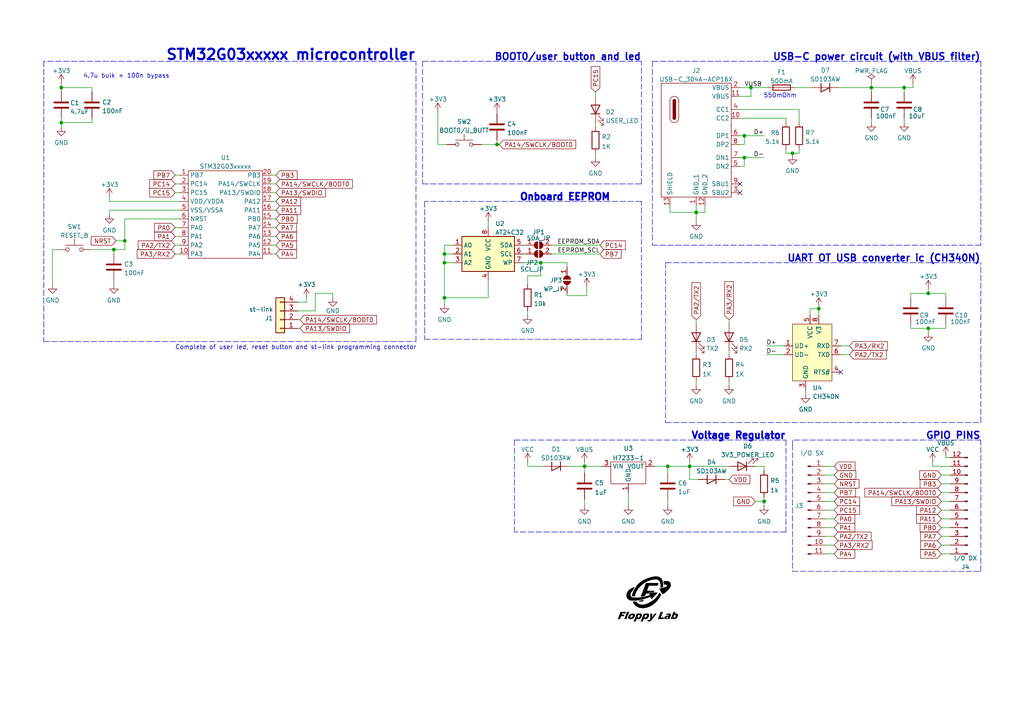
<source format=kicad_sch>
(kicad_sch (version 20211123) (generator eeschema)
  (paper "A4")
  (title_block (title "FLOPPY BOARD v3.0") (date "2023-02-16") (rev "3.0"))
  (lib_symbols
    (symbol "Connector:Conn_01x11_Male" (pin_names (offset 1.016) hide)
      (property "Reference" "J" (at 0 15.24 0))
      (property "Value" "Conn_01x11_Male" (at 0 -15.24 0))
      (symbol "Conn_01x11_Male_1_1"
        (pin passive line (at 5.08 12.7 180) (length 3.81) (name "Pin_1") (number "1"))
        (pin passive line (at 5.08 -10.16 180) (length 3.81) (name "Pin_10") (number "10"))
        (pin passive line (at 5.08 -12.7 180) (length 3.81) (name "Pin_11") (number "11"))
        (pin passive line (at 5.08 10.16 180) (length 3.81) (name "Pin_2") (number "2"))
        (pin passive line (at 5.08 7.62 180) (length 3.81) (name "Pin_3") (number "3"))
        (pin passive line (at 5.08 5.08 180) (length 3.81) (name "Pin_4") (number "4"))
        (pin passive line (at 5.08 2.54 180) (length 3.81) (name "Pin_5") (number "5"))
        (pin passive line (at 5.08 0 180) (length 3.81) (name "Pin_6") (number "6"))
        (pin passive line (at 5.08 -2.54 180) (length 3.81) (name "Pin_7") (number "7"))
        (pin passive line (at 5.08 -5.08 180) (length 3.81) (name "Pin_8") (number "8"))
        (pin passive line (at 5.08 -7.62 180) (length 3.81) (name "Pin_9") (number "9"))
      )
    )
    (symbol "Connector:Conn_01x12_Male" (pin_names (offset 1.016) hide)
      (property "Reference" "J" (at 0 15.24 0))
      (property "Value" "Conn_01x12_Male" (at 0 -17.78 0))
      (symbol "Conn_01x12_Male_1_1"
        (pin passive line (at 5.08 12.7 180) (length 3.81) (name "Pin_1") (number "1"))
        (pin passive line (at 5.08 -10.16 180) (length 3.81) (name "Pin_10") (number "10"))
        (pin passive line (at 5.08 -12.7 180) (length 3.81) (name "Pin_11") (number "11"))
        (pin passive line (at 5.08 -15.24 180) (length 3.81) (name "Pin_12") (number "12"))
        (pin passive line (at 5.08 10.16 180) (length 3.81) (name "Pin_2") (number "2"))
        (pin passive line (at 5.08 7.62 180) (length 3.81) (name "Pin_3") (number "3"))
        (pin passive line (at 5.08 5.08 180) (length 3.81) (name "Pin_4") (number "4"))
        (pin passive line (at 5.08 2.54 180) (length 3.81) (name "Pin_5") (number "5"))
        (pin passive line (at 5.08 0 180) (length 3.81) (name "Pin_6") (number "6"))
        (pin passive line (at 5.08 -2.54 180) (length 3.81) (name "Pin_7") (number "7"))
        (pin passive line (at 5.08 -5.08 180) (length 3.81) (name "Pin_8") (number "8"))
        (pin passive line (at 5.08 -7.62 180) (length 3.81) (name "Pin_9") (number "9"))
      )
    )
    (symbol "Connector_Generic:Conn_01x04" (pin_names (offset 1.016) hide)
      (property "Reference" "J" (at 0 5.08 0))
      (property "Value" "Conn_01x04" (at 0 -7.62 0))
      (symbol "Conn_01x04_1_1"
        (pin passive line (at -5.08 2.54 0) (length 3.81) (name "Pin_1") (number "1"))
        (pin passive line (at -5.08 0 0) (length 3.81) (name "Pin_2") (number "2"))
        (pin passive line (at -5.08 -2.54 0) (length 3.81) (name "Pin_3") (number "3"))
        (pin passive line (at -5.08 -5.08 0) (length 3.81) (name "Pin_4") (number "4"))
      )
    )
    (symbol "Device:C" (pin_numbers hide) (pin_names (offset 0.254))
      (property "Reference" "C" (at 0.635 2.54 0))
      (property "Value" "C" (at 0.635 -2.54 0))
      (symbol "C_1_1"
        (pin passive line (at 0 3.81 270) (length 2.794) (name "~") (number "1"))
        (pin passive line (at 0 -3.81 90) (length 2.794) (name "~") (number "2"))
      )
    )
    (symbol "Device:D_Shockley" (pin_numbers hide) (pin_names (offset 1.016) hide)
      (property "Reference" "D" (at 0 2.54 0))
      (property "Value" "D_Shockley" (at 0 -2.54 0))
      (symbol "D_Shockley_1_1"
        (pin passive line (at -3.81 0 0) (length 2.54) (name "K") (number "1"))
        (pin passive line (at 3.81 0 180) (length 2.54) (name "A") (number "2"))
      )
    )
    (symbol "Device:Fuse" (pin_numbers hide) (pin_names (offset 0))
      (property "Reference" "F" (at 2.032 0 90))
      (property "Value" "Fuse" (at -1.905 0 90))
      (symbol "Fuse_1_1"
        (pin passive line (at 0 3.81 270) (length 1.27) (name "~") (number "1"))
        (pin passive line (at 0 -3.81 90) (length 1.27) (name "~") (number "2"))
      )
    )
    (symbol "Device:LED" (pin_numbers hide) (pin_names (offset 1.016) hide)
      (property "Reference" "D" (at 0 2.54 0))
      (property "Value" "LED" (at 0 -2.54 0))
      (symbol "LED_1_1"
        (pin passive line (at -3.81 0 0) (length 2.54) (name "K") (number "1"))
        (pin passive line (at 3.81 0 180) (length 2.54) (name "A") (number "2"))
      )
    )
    (symbol "Device:R" (pin_numbers hide) (pin_names (offset 0))
      (property "Reference" "R" (at 2.032 0 90))
      (property "Value" "R" (at 0 0 90))
      (symbol "R_1_1"
        (pin passive line (at 0 3.81 270) (length 1.27) (name "~") (number "1"))
        (pin passive line (at 0 -3.81 90) (length 1.27) (name "~") (number "2"))
      )
    )
    (symbol "Jumper:SolderJumper_2_Open" (pin_names (offset 0) hide)
      (property "Reference" "JP" (at 0 2.032 0))
      (property "Value" "SolderJumper_2_Open" (at 0 -2.54 0))
      (symbol "SolderJumper_2_Open_1_1"
        (pin passive line (at -3.81 0 0) (length 2.54) (name "A") (number "1"))
        (pin passive line (at 3.81 0 180) (length 2.54) (name "B") (number "2"))
      )
    )
    (symbol "Memory_EEPROM:AT24CS32-MAHM"
      (property "Reference" "U" (at -7.62 6.35 0))
      (property "Value" "AT24CS32-MAHM" (at 2.54 -6.35 0))
      (symbol "AT24CS32-MAHM_1_1"
        (pin input line (at -10.16 2.54 0) (length 2.54) (name "A0") (number "1"))
        (pin input line (at -10.16 0 0) (length 2.54) (name "A1") (number "2"))
        (pin input line (at -10.16 -2.54 0) (length 2.54) (name "A2") (number "3"))
        (pin power_in line (at 0 -7.62 90) (length 2.54) (name "GND") (number "4"))
        (pin bidirectional line (at 10.16 2.54 180) (length 2.54) (name "SDA") (number "5"))
        (pin input line (at 10.16 0 180) (length 2.54) (name "SCL") (number "6"))
        (pin input line (at 10.16 -2.54 180) (length 2.54) (name "WP") (number "7"))
        (pin power_in line (at 0 7.62 270) (length 2.54) (name "VCC") (number "8"))
      )
    )
    (symbol "Switch:SW_Push" (pin_numbers hide) (pin_names (offset 1.016) hide)
      (property "Reference" "SW" (at 1.27 2.54 0))
      (property "Value" "SW_Push" (at 0 -1.524 0))
      (symbol "SW_Push_0_1"
        (pin passive line (at -5.08 0 0) (length 2.54) (name "1") (number "1"))
        (pin passive line (at 5.08 0 180) (length 2.54) (name "2") (number "2"))
      )
    )
    (symbol "_MIA:CH340N"
      (property "Reference" "U" (at 6.35 8.89 0))
      (property "Value" "CH340N" (at 6.35 11.43 0))
      (symbol "CH340N_1_1"
        (pin unspecified line (at -8.89 2.54 0) (length 2.54) (name "UD+") (number "1"))
        (pin unspecified line (at -8.89 0 0) (length 2.54) (name "UD-") (number "2"))
        (pin power_in line (at -2.54 -10.16 90) (length 2.54) (name "GND") (number "3"))
        (pin unspecified line (at 7.62 -5.08 180) (length 2.54) (name "RTS#") (number "4"))
        (pin power_in line (at -1.27 11.43 270) (length 2.54) (name "VCC") (number "5"))
        (pin unspecified line (at 7.62 0 180) (length 2.54) (name "TXD") (number "6"))
        (pin unspecified line (at 7.62 2.54 180) (length 2.54) (name "RXD") (number "7"))
        (pin power_in line (at 1.27 11.43 270) (length 2.54) (name "V3") (number "8"))
      )
    )
    (symbol "_MIA:H7233-1"
      (property "Reference" "U" (at -1.27 7.62 0))
      (property "Value" "H7233-1" (at 0 5.08 0))
      (symbol "H7233-1_1_1"
        (pin output line (at 0 -5.08 90) (length 2.54) (name "GND") (number "1"))
        (pin output line (at 7.62 2.54 180) (length 2.54) (name "VOUT") (number "2"))
        (pin input line (at -7.62 2.54 0) (length 2.54) (name "VIN") (number "3"))
      )
    )
    (symbol "_MIA:STM32G030F6P6"
      (property "Reference" "U" (at -1.27 16.51 0))
      (property "Value" "STM32G030F6P6" (at 0 13.97 0))
      (symbol "STM32G030F6P6_1_1"
        (pin bidirectional line (at -13.97 11.43 0) (length 2.54) (name "PB7") (number "1"))
        (pin bidirectional line (at -13.97 -11.43 0) (length 2.54) (name "PA3") (number "10"))
        (pin bidirectional line (at 12.7 -11.43 180) (length 2.54) (name "PA4") (number "11"))
        (pin bidirectional line (at 12.7 -8.89 180) (length 2.54) (name "PA5") (number "12"))
        (pin bidirectional line (at 12.7 -6.35 180) (length 2.54) (name "PA6") (number "13"))
        (pin bidirectional line (at 12.7 -3.81 180) (length 2.54) (name "PA7") (number "14"))
        (pin bidirectional line (at 12.7 -1.27 180) (length 2.54) (name "PB0") (number "15"))
        (pin bidirectional line (at 12.7 1.27 180) (length 2.54) (name "PA11") (number "16"))
        (pin bidirectional line (at 12.7 3.81 180) (length 2.54) (name "PA12") (number "17"))
        (pin bidirectional line (at 12.7 6.35 180) (length 2.54) (name "PA13/SWDIO") (number "18"))
        (pin bidirectional line (at 12.7 8.89 180) (length 2.54) (name "PA14/SWCLK") (number "19"))
        (pin bidirectional line (at -13.97 8.89 0) (length 2.54) (name "PC14") (number "2"))
        (pin bidirectional line (at 12.7 11.43 180) (length 2.54) (name "PB3") (number "20"))
        (pin bidirectional line (at -13.97 6.35 0) (length 2.54) (name "PC15") (number "3"))
        (pin input line (at -13.97 3.81 0) (length 2.54) (name "VDD/VDDA") (number "4"))
        (pin input line (at -13.97 1.27 0) (length 2.54) (name "VSS/VSSA") (number "5"))
        (pin input line (at -13.97 -1.27 0) (length 2.54) (name "NRST") (number "6"))
        (pin bidirectional line (at -13.97 -3.81 0) (length 2.54) (name "PA0") (number "7"))
        (pin bidirectional line (at -13.97 -6.35 0) (length 2.54) (name "PA1") (number "8"))
        (pin bidirectional line (at -13.97 -8.89 0) (length 2.54) (name "PA2") (number "9"))
      )
    )
    (symbol "_MIA:USB-C_304A-ACP16X"
      (property "Reference" "J1" (at 0 18.889 0))
      (property "Value" "USB-C_304A-ACP16X" (at 0 16.3521 0))
      (symbol "USB-C_304A-ACP16X_1_1"
        (pin power_out line (at 0 -20.32 90) (length 2.54) (name "GND_1") (number "1"))
        (pin unspecified line (at 12.7 5.08 180) (length 2.54) (name "CC2") (number "10"))
        (pin power_out line (at 12.7 11.43 180) (length 2.54) (name "VBUS") (number "11"))
        (pin power_out line (at 2.54 -20.32 90) (length 2.54) (name "GND_2") (number "12"))
        (pin power_out line (at -7.62 -20.32 90) (length 2.54) (name "SHIELD") (number "13"))
        (pin power_out line (at 12.7 13.97 180) (length 2.54) (name "VBUS") (number "2"))
        (pin unspecified line (at 12.7 -16.51 180) (length 2.54) (name "SBU2") (number "3"))
        (pin unspecified line (at 12.7 7.62 180) (length 2.54) (name "CC1") (number "4"))
        (pin bidirectional line (at 12.7 -8.89 180) (length 2.54) (name "DN2") (number "5"))
        (pin bidirectional line (at 12.7 0 180) (length 2.54) (name "DP1") (number "6"))
        (pin bidirectional line (at 12.7 -6.35 180) (length 2.54) (name "DN1") (number "7"))
        (pin bidirectional line (at 12.7 -2.54 180) (length 2.54) (name "DP2") (number "8"))
        (pin unspecified line (at 12.7 -13.97 180) (length 2.54) (name "SBU1") (number "9"))
      )
    )
    (symbol "power:+3.3V" (power) (pin_names (offset 0))
      (property "Value" "+3.3V" (at 0 3.556 0))
      (symbol "+3.3V_1_1"
        (pin power_in line (at 0 0 90) (length 0) hide (name "+3V3") (number "1"))
      )
    )
    (symbol "power:GND" (power) (pin_names (offset 0))
      (property "Value" "GND" (at 0 -3.81 0))
      (symbol "GND_1_1"
        (pin power_in line (at 0 0 270) (length 0) hide (name "GND") (number "1"))
      )
    )
    (symbol "power:PWR_FLAG" (power) (pin_numbers hide) (pin_names (offset 0) hide)
      (property "Value" "PWR_FLAG" (at 0 3.81 0))
      (symbol "PWR_FLAG_0_0"
        (pin power_out line (at 0 0 90) (length 0) (name "pwr") (number "1"))
      )
    )
    (symbol "power:VBUS" (power) (pin_names (offset 0))
      (property "Value" "VBUS" (at 0 3.81 0))
      (symbol "VBUS_1_1"
        (pin power_in line (at 0 0 90) (length 0) hide (name "VBUS") (number "1"))
      )
    )
    (symbol "power:VCC" (power) (pin_names (offset 0))
      (property "Value" "VCC" (at 0 3.81 0))
      (symbol "VCC_1_1"
        (pin power_in line (at 0 0 90) (length 0) hide (name "VCC") (number "1"))
      )
    )
  )
  (junction (at 269.24 95.25))
  (junction (at 128.905 86.36))
  (junction (at 200.025 135.255))
  (junction (at 128.905 76.2))
  (junction (at 36.195 69.85))
  (junction (at 215.9 45.72))
  (junction (at 193.675 135.255))
  (junction (at 201.93 61.595))
  (junction (at 156.845 76.2))
  (junction (at 17.78 35.56))
  (junction (at 217.805 25.4))
  (junction (at 144.145 41.91))
  (junction (at 252.73 25.4))
  (junction (at 33.02 72.39))
  (junction (at 17.78 25.4))
  (junction (at 215.9 39.37))
  (junction (at 128.905 73.66))
  (junction (at 229.87 44.45))
  (junction (at 262.255 25.4))
  (junction (at 169.545 135.255))
  (junction (at 221.615 145.415))
  (junction (at 237.49 89.535))
  (junction (at 269.24 85.09))
  (no_connect (at 214.63 55.88))
  (no_connect (at 214.63 53.34))
  (no_connect (at 243.84 107.95))
  (wire (pts (xy 128.905 76.2) (xy 131.445 76.2)))
  (wire (pts (xy 262.255 34.29) (xy 262.255 35.56)))
  (wire (pts (xy 239.395 142.875) (xy 241.935 142.875)))
  (wire (pts (xy 78.74 60.96) (xy 80.01 60.96)))
  (wire (pts (xy 239.395 135.255) (xy 241.935 135.255)))
  (wire (pts (xy 239.395 160.655) (xy 241.935 160.655)))
  (wire (pts (xy 269.24 95.25) (xy 274.32 95.25)))
  (wire (pts (xy 252.73 24.13) (xy 252.73 25.4)))
  (wire (pts (xy 50.8 68.58) (xy 52.07 68.58)))
  (wire (pts (xy 193.675 135.255) (xy 193.675 137.16)))
  (wire (pts (xy 144.145 41.91) (xy 144.78 41.91)))
  (wire (pts (xy 164.465 85.725) (xy 164.465 85.09)))
  (wire (pts (xy 274.32 132.715) (xy 274.32 132.08)))
  (wire (pts (xy 165.1 135.255) (xy 169.545 135.255)))
  (wire (pts (xy 273.05 150.495) (xy 275.59 150.495)))
  (wire (pts (xy 273.05 147.955) (xy 275.59 147.955)))
  (wire (pts (xy 50.8 53.34) (xy 52.07 53.34)))
  (wire (pts (xy 31.75 57.15) (xy 31.75 58.42)))
  (polyline (pts (xy 284.48 127.635) (xy 229.87 127.635)))
  (wire (pts (xy 264.16 93.98) (xy 264.16 95.25)))
  (wire (pts (xy 222.25 100.33) (xy 227.33 100.33)))
  (wire (pts (xy 211.455 101.6) (xy 211.455 102.87)))
  (wire (pts (xy 270.51 135.255) (xy 275.59 135.255)))
  (wire (pts (xy 229.87 44.45) (xy 229.87 45.085)))
  (wire (pts (xy 33.02 81.28) (xy 33.02 82.55)))
  (polyline (pts (xy 193.04 122.555) (xy 284.48 122.555)))
  (wire (pts (xy 78.74 68.58) (xy 80.01 68.58)))
  (wire (pts (xy 210.185 139.065) (xy 211.455 139.065)))
  (wire (pts (xy 78.74 66.04) (xy 80.01 66.04)))
  (wire (pts (xy 26.67 72.39) (xy 33.02 72.39)))
  (wire (pts (xy 273.05 140.335) (xy 275.59 140.335)))
  (wire (pts (xy 17.78 35.56) (xy 26.67 35.56)))
  (wire (pts (xy 200.025 135.255) (xy 211.455 135.255)))
  (wire (pts (xy 172.72 45.72) (xy 172.72 44.45)))
  (polyline (pts (xy 120.65 99.06) (xy 120.65 17.78)))
  (wire (pts (xy 273.05 160.655) (xy 275.59 160.655)))
  (wire (pts (xy 214.63 27.94) (xy 217.805 27.94)))
  (polyline (pts (xy 189.23 17.78) (xy 189.23 71.12)))
  (polyline (pts (xy 189.23 17.78) (xy 284.48 17.78)))
  (polyline (pts (xy 12.7 17.78) (xy 12.7 99.06)))
  (wire (pts (xy 26.67 26.67) (xy 26.67 25.4)))
  (wire (pts (xy 239.395 147.955) (xy 241.935 147.955)))
  (wire (pts (xy 262.255 25.4) (xy 262.255 26.67)))
  (wire (pts (xy 231.775 43.18) (xy 231.775 44.45)))
  (wire (pts (xy 201.93 101.6) (xy 201.93 102.87)))
  (wire (pts (xy 156.845 80.01) (xy 156.845 76.2)))
  (wire (pts (xy 194.31 59.69) (xy 194.31 61.595)))
  (wire (pts (xy 217.805 25.4) (xy 222.885 25.4)))
  (wire (pts (xy 131.445 71.12) (xy 128.905 71.12)))
  (wire (pts (xy 50.8 73.66) (xy 52.07 73.66)))
  (polyline (pts (xy 149.225 127.635) (xy 227.965 127.635)))
  (polyline (pts (xy 122.555 17.78) (xy 186.055 17.78)))
  (polyline (pts (xy 284.48 165.735) (xy 284.48 127.635)))
  (wire (pts (xy 217.805 27.94) (xy 217.805 25.4)))
  (wire (pts (xy 230.505 25.4) (xy 235.585 25.4)))
  (wire (pts (xy 222.25 102.87) (xy 227.33 102.87)))
  (polyline (pts (xy 123.19 98.425) (xy 186.055 98.425)))
  (wire (pts (xy 274.32 95.25) (xy 274.32 93.98)))
  (wire (pts (xy 231.775 44.45) (xy 229.87 44.45)))
  (wire (pts (xy 200.025 139.065) (xy 202.565 139.065)))
  (wire (pts (xy 17.78 25.4) (xy 26.67 25.4)))
  (polyline (pts (xy 227.965 154.305) (xy 149.225 154.305)))
  (wire (pts (xy 239.395 137.795) (xy 241.935 137.795)))
  (wire (pts (xy 169.545 135.255) (xy 174.625 135.255)))
  (wire (pts (xy 264.795 24.13) (xy 264.795 25.4)))
  (wire (pts (xy 274.32 85.09) (xy 274.32 86.36)))
  (wire (pts (xy 86.995 95.25) (xy 86.36 95.25)))
  (wire (pts (xy 144.145 40.64) (xy 144.145 41.91)))
  (wire (pts (xy 189.865 135.255) (xy 193.675 135.255)))
  (wire (pts (xy 78.74 50.8) (xy 80.01 50.8)))
  (wire (pts (xy 26.67 35.56) (xy 26.67 34.29)))
  (polyline (pts (xy 193.04 76.2) (xy 193.04 122.555)))
  (wire (pts (xy 50.8 66.04) (xy 52.07 66.04)))
  (wire (pts (xy 273.05 142.875) (xy 275.59 142.875)))
  (wire (pts (xy 219.075 145.415) (xy 221.615 145.415)))
  (wire (pts (xy 17.78 34.29) (xy 17.78 35.56)))
  (polyline (pts (xy 122.555 17.78) (xy 122.555 53.34)))
  (polyline (pts (xy 149.225 127.635) (xy 149.225 154.305)))
  (wire (pts (xy 243.84 102.87) (xy 246.38 102.87)))
  (polyline (pts (xy 227.965 127.635) (xy 227.965 154.305)))
  (wire (pts (xy 239.395 153.035) (xy 241.935 153.035)))
  (wire (pts (xy 215.9 39.37) (xy 221.615 39.37)))
  (wire (pts (xy 78.74 58.42) (xy 80.01 58.42)))
  (polyline (pts (xy 122.555 53.34) (xy 186.055 53.34)))
  (wire (pts (xy 200.025 135.255) (xy 200.025 133.985)))
  (wire (pts (xy 193.675 135.255) (xy 200.025 135.255)))
  (wire (pts (xy 33.02 72.39) (xy 33.02 73.66)))
  (wire (pts (xy 160.02 73.66) (xy 173.99 73.66)))
  (polyline (pts (xy 123.19 58.42) (xy 123.19 98.425)))
  (wire (pts (xy 86.995 92.71) (xy 86.36 92.71)))
  (polyline (pts (xy 284.48 17.78) (xy 284.48 71.12)))
  (wire (pts (xy 269.24 85.09) (xy 274.32 85.09)))
  (wire (pts (xy 169.545 137.16) (xy 169.545 135.255)))
  (polyline (pts (xy 229.87 127.635) (xy 229.87 128.905)))
  (wire (pts (xy 141.605 64.135) (xy 141.605 66.04)))
  (wire (pts (xy 141.605 81.28) (xy 141.605 86.36)))
  (wire (pts (xy 201.93 61.595) (xy 204.47 61.595)))
  (wire (pts (xy 153.035 135.255) (xy 153.035 133.985)))
  (polyline (pts (xy 186.055 98.425) (xy 186.055 58.42)))
  (wire (pts (xy 269.24 85.09) (xy 264.16 85.09)))
  (wire (pts (xy 169.545 144.78) (xy 169.545 146.685)))
  (wire (pts (xy 273.05 137.795) (xy 275.59 137.795)))
  (wire (pts (xy 273.05 153.035) (xy 275.59 153.035)))
  (wire (pts (xy 78.74 73.66) (xy 80.01 73.66)))
  (wire (pts (xy 36.195 72.39) (xy 33.02 72.39)))
  (wire (pts (xy 243.84 100.33) (xy 246.38 100.33)))
  (wire (pts (xy 264.16 85.09) (xy 264.16 86.36)))
  (wire (pts (xy 201.93 59.69) (xy 201.93 61.595)))
  (wire (pts (xy 131.445 73.66) (xy 128.905 73.66)))
  (wire (pts (xy 78.74 71.12) (xy 80.01 71.12)))
  (wire (pts (xy 221.615 135.255) (xy 221.615 136.525)))
  (wire (pts (xy 164.465 85.725) (xy 170.18 85.725)))
  (wire (pts (xy 15.24 72.39) (xy 15.24 82.55)))
  (wire (pts (xy 214.63 25.4) (xy 217.805 25.4)))
  (wire (pts (xy 273.05 155.575) (xy 275.59 155.575)))
  (wire (pts (xy 239.395 155.575) (xy 241.935 155.575)))
  (wire (pts (xy 128.905 86.36) (xy 128.905 88.265)))
  (wire (pts (xy 15.24 72.39) (xy 16.51 72.39)))
  (wire (pts (xy 270.51 135.255) (xy 270.51 133.985)))
  (wire (pts (xy 172.72 26.67) (xy 172.72 27.94)))
  (wire (pts (xy 273.05 145.415) (xy 275.59 145.415)))
  (wire (pts (xy 214.63 34.29) (xy 227.965 34.29)))
  (polyline (pts (xy 120.65 17.78) (xy 12.7 17.78)))
  (wire (pts (xy 50.8 50.8) (xy 52.07 50.8)))
  (wire (pts (xy 31.75 58.42) (xy 52.07 58.42)))
  (wire (pts (xy 239.395 140.335) (xy 241.935 140.335)))
  (wire (pts (xy 33.655 69.85) (xy 36.195 69.85)))
  (wire (pts (xy 227.965 34.29) (xy 227.965 35.56)))
  (wire (pts (xy 269.24 95.25) (xy 269.24 96.52)))
  (polyline (pts (xy 284.48 122.555) (xy 284.48 76.2)))
  (wire (pts (xy 201.93 111.76) (xy 201.93 110.49)))
  (wire (pts (xy 160.02 71.12) (xy 173.99 71.12)))
  (wire (pts (xy 169.545 133.985) (xy 169.545 135.255)))
  (wire (pts (xy 201.93 61.595) (xy 201.93 64.135)))
  (wire (pts (xy 127 32.385) (xy 127 41.91)))
  (wire (pts (xy 252.73 34.29) (xy 252.73 35.56)))
  (wire (pts (xy 50.8 55.88) (xy 52.07 55.88)))
  (wire (pts (xy 52.07 60.96) (xy 31.75 60.96)))
  (wire (pts (xy 264.16 95.25) (xy 269.24 95.25)))
  (wire (pts (xy 78.74 53.34) (xy 80.01 53.34)))
  (wire (pts (xy 151.765 76.2) (xy 156.845 76.2)))
  (wire (pts (xy 243.205 25.4) (xy 252.73 25.4)))
  (wire (pts (xy 193.675 144.78) (xy 193.675 146.685)))
  (wire (pts (xy 17.78 25.4) (xy 17.78 26.67)))
  (wire (pts (xy 227.965 44.45) (xy 229.87 44.45)))
  (polyline (pts (xy 186.055 58.42) (xy 123.19 58.42)))
  (wire (pts (xy 239.395 150.495) (xy 241.935 150.495)))
  (wire (pts (xy 227.965 43.18) (xy 227.965 44.45)))
  (wire (pts (xy 139.7 41.91) (xy 144.145 41.91)))
  (wire (pts (xy 96.52 86.36) (xy 96.52 85.09)))
  (polyline (pts (xy 284.48 71.12) (xy 189.23 71.12)))
  (wire (pts (xy 141.605 86.36) (xy 128.905 86.36)))
  (wire (pts (xy 234.95 91.44) (xy 234.95 89.535)))
  (wire (pts (xy 200.025 139.065) (xy 200.025 135.255)))
  (polyline (pts (xy 12.7 99.06) (xy 120.65 99.06)))
  (wire (pts (xy 36.195 63.5) (xy 52.07 63.5)))
  (polyline (pts (xy 193.04 76.2) (xy 284.48 76.2)))
  (wire (pts (xy 91.44 85.09) (xy 91.44 90.17)))
  (wire (pts (xy 214.63 39.37) (xy 215.9 39.37)))
  (wire (pts (xy 214.63 45.72) (xy 215.9 45.72)))
  (wire (pts (xy 91.44 90.17) (xy 86.36 90.17)))
  (polyline (pts (xy 229.87 128.905) (xy 229.87 165.735)))
  (wire (pts (xy 237.49 89.535) (xy 237.49 91.44)))
  (polyline (pts (xy 186.055 53.34) (xy 186.055 17.78)))
  (wire (pts (xy 36.195 69.85) (xy 36.195 72.39)))
  (wire (pts (xy 153.035 80.01) (xy 156.845 80.01)))
  (wire (pts (xy 273.05 158.115) (xy 275.59 158.115)))
  (wire (pts (xy 153.035 90.17) (xy 153.035 91.44)))
  (wire (pts (xy 170.18 83.185) (xy 170.18 85.725)))
  (polyline (pts (xy 229.87 165.735) (xy 284.48 165.735)))
  (wire (pts (xy 17.78 24.13) (xy 17.78 25.4)))
  (wire (pts (xy 36.195 63.5) (xy 36.195 69.85)))
  (wire (pts (xy 221.615 144.145) (xy 221.615 145.415)))
  (wire (pts (xy 31.75 60.96) (xy 31.75 62.23)))
  (wire (pts (xy 172.72 35.56) (xy 172.72 36.83)))
  (wire (pts (xy 214.63 41.91) (xy 215.9 41.91)))
  (wire (pts (xy 78.74 63.5) (xy 80.01 63.5)))
  (wire (pts (xy 153.035 82.55) (xy 153.035 80.01)))
  (wire (pts (xy 86.36 87.63) (xy 88.9 87.63)))
  (wire (pts (xy 215.9 45.72) (xy 221.615 45.72)))
  (wire (pts (xy 262.255 25.4) (xy 264.795 25.4)))
  (wire (pts (xy 219.075 135.255) (xy 221.615 135.255)))
  (wire (pts (xy 214.63 48.26) (xy 215.9 48.26)))
  (wire (pts (xy 194.31 61.595) (xy 201.93 61.595)))
  (wire (pts (xy 239.395 158.115) (xy 241.935 158.115)))
  (wire (pts (xy 127 41.91) (xy 129.54 41.91)))
  (wire (pts (xy 252.73 25.4) (xy 262.255 25.4)))
  (wire (pts (xy 214.63 31.75) (xy 231.775 31.75)))
  (wire (pts (xy 156.845 76.2) (xy 164.465 76.2)))
  (wire (pts (xy 151.765 71.12) (xy 152.4 71.12)))
  (wire (pts (xy 151.765 73.66) (xy 152.4 73.66)))
  (wire (pts (xy 211.455 111.76) (xy 211.455 110.49)))
  (wire (pts (xy 221.615 145.415) (xy 221.615 146.685)))
  (wire (pts (xy 164.465 76.2) (xy 164.465 77.47)))
  (wire (pts (xy 201.93 92.71) (xy 201.93 93.98)))
  (wire (pts (xy 233.68 113.03) (xy 233.68 114.3)))
  (wire (pts (xy 128.905 73.66) (xy 128.905 76.2)))
  (wire (pts (xy 17.78 35.56) (xy 17.78 36.83)))
  (wire (pts (xy 88.9 87.63) (xy 88.9 86.36)))
  (wire (pts (xy 50.8 71.12) (xy 52.07 71.12)))
  (wire (pts (xy 252.73 25.4) (xy 252.73 26.67)))
  (wire (pts (xy 128.905 71.12) (xy 128.905 73.66)))
  (wire (pts (xy 239.395 145.415) (xy 241.935 145.415)))
  (wire (pts (xy 182.245 142.875) (xy 182.245 146.685)))
  (wire (pts (xy 234.95 89.535) (xy 237.49 89.535)))
  (wire (pts (xy 204.47 61.595) (xy 204.47 59.69)))
  (wire (pts (xy 215.9 48.26) (xy 215.9 45.72)))
  (wire (pts (xy 211.455 92.71) (xy 211.455 93.98)))
  (wire (pts (xy 144.145 33.02) (xy 144.145 32.385)))
  (wire (pts (xy 215.9 41.91) (xy 215.9 39.37)))
  (wire (pts (xy 153.035 135.255) (xy 157.48 135.255)))
  (wire (pts (xy 78.74 55.88) (xy 80.01 55.88)))
  (wire (pts (xy 237.49 88.9) (xy 237.49 89.535)))
  (wire (pts (xy 269.24 83.82) (xy 269.24 85.09)))
  (wire (pts (xy 128.905 86.36) (xy 128.905 76.2)))
  (wire (pts (xy 275.59 132.715) (xy 274.32 132.715)))
  (wire (pts (xy 96.52 85.09) (xy 91.44 85.09)))
  (wire (pts (xy 231.775 31.75) (xy 231.775 35.56)))
  (image (at 187.96 173.99) (scale 0.0960376))
  (text "USB-C power circuit (with VBUS filter)" (at 284.48 17.78 180) (effects (font (size 2 2) (thickness 0.4) bold) (justify right bottom)))
  (text "4.7u bulk + 100n bypass" (at 24.13 22.86 0) (effects (font (size 1.27 1.27)) (justify left bottom)))
  (text "Voltage Regulator\n" (at 227.965 127.635 180) (effects (font (size 2 2) (thickness 0.6) bold) (justify right bottom)))
  (text "STM32G03xxxxx microcontroller" (at 120.65 17.78 180) (effects (font (size 3 3) (thickness 0.6) bold) (justify right bottom)))
  (text "550mOhm" (at 231.14 28.575 180) (effects (font (size 1.27 1.27)) (justify right bottom)))
  (text "GPIO PINS" (at 284.48 127.635 180) (effects (font (size 2 2) (thickness 0.4) bold) (justify right bottom)))
  (text "UART OT USB converter ic (CH340N)" (at 284.48 76.2 180) (effects (font (size 2 2) (thickness 0.4) bold) (justify right bottom)))
  (text "BOOT0/user button and led" (at 186.055 17.78 180) (effects (font (size 2 2) (thickness 0.4) bold) (justify right bottom)))
  (text "Complete of user led, reset button and st-link programming connector" (at 50.8 101.6 0) (effects (font (size 1.27 1.27)) (justify left bottom)))
  (text "Onboard EEPROM" (at 177.165 58.42 180) (effects (font (size 2 2) (thickness 0.6) bold) (justify right bottom)))
  (label "EEPROM_SDA" (at 173.99 71.12 180))
  (label "VUSB" (at 215.9 25.4 0))
  (label "D-" (at 222.25 102.87 0))
  (label "D-" (at 221.615 45.72 180))
  (label "D+" (at 222.25 100.33 0))
  (label "D+" (at 221.615 39.37 180))
  (label "EEPROM_SCL" (at 173.99 73.66 180))
  (global_label "PB3" (shape input) (at 80.01 50.8 0) (property "Intersheet References" "${INTERSHEET_REFS}" (effects hide)))
  (global_label "PA12" (shape input) (at 80.01 58.42 0) (property "Intersheet References" "${INTERSHEET_REFS}" (effects hide)))
  (global_label "PA11" (shape input) (at 80.01 60.96 0) (property "Intersheet References" "${INTERSHEET_REFS}" (effects hide)))
  (global_label "PA0" (shape input) (at 50.8 66.04 180) (property "Intersheet References" "${INTERSHEET_REFS}" (effects hide)))
  (global_label "PB7" (shape input) (at 173.99 73.66 0) (property "Intersheet References" "${INTERSHEET_REFS}" (effects hide)))
  (global_label "PA5" (shape input) (at 80.01 71.12 0) (property "Intersheet References" "${INTERSHEET_REFS}" (effects hide)))
  (global_label "PA11" (shape input) (at 273.05 150.495 180) (property "Intersheet References" "${INTERSHEET_REFS}" (effects hide)))
  (global_label "PA13{slash}SWDIO" (shape input) (at 86.995 95.25 0) (property "Intersheet References" "${INTERSHEET_REFS}" (effects hide)))
  (global_label "PA2{slash}TX2" (shape input) (at 50.8 71.12 180) (property "Intersheet References" "${INTERSHEET_REFS}" (effects hide)))
  (global_label "PB7" (shape input) (at 241.935 142.875 0) (property "Intersheet References" "${INTERSHEET_REFS}" (effects hide)))
  (global_label "PA3{slash}RX2" (shape input) (at 50.8 73.66 180) (property "Intersheet References" "${INTERSHEET_REFS}" (effects hide)))
  (global_label "NRST" (shape input) (at 33.655 69.85 180) (property "Intersheet References" "${INTERSHEET_REFS}" (effects hide)))
  (global_label "PC15" (shape input) (at 241.935 147.955 0) (property "Intersheet References" "${INTERSHEET_REFS}" (effects hide)))
  (global_label "PC14" (shape input) (at 173.99 71.12 0) (property "Intersheet References" "${INTERSHEET_REFS}" (effects hide)))
  (global_label "PA1" (shape input) (at 241.935 153.035 0) (property "Intersheet References" "${INTERSHEET_REFS}" (effects hide)))
  (global_label "PC14" (shape input) (at 50.8 53.34 180) (property "Intersheet References" "${INTERSHEET_REFS}" (effects hide)))
  (global_label "PA12" (shape input) (at 273.05 147.955 180) (property "Intersheet References" "${INTERSHEET_REFS}" (effects hide)))
  (global_label "PA13{slash}SWDIO" (shape input) (at 80.01 55.88 0) (property "Intersheet References" "${INTERSHEET_REFS}" (effects hide)))
  (global_label "PB0" (shape input) (at 80.01 63.5 0) (property "Intersheet References" "${INTERSHEET_REFS}" (effects hide)))
  (global_label "PA6" (shape input) (at 273.05 158.115 180) (property "Intersheet References" "${INTERSHEET_REFS}" (effects hide)))
  (global_label "PC14" (shape input) (at 241.935 145.415 0) (property "Intersheet References" "${INTERSHEET_REFS}" (effects hide)))
  (global_label "PC15" (shape input) (at 50.8 55.88 180) (property "Intersheet References" "${INTERSHEET_REFS}" (effects hide)))
  (global_label "PA2{slash}TX2" (shape input) (at 201.93 92.71 90) (property "Intersheet References" "${INTERSHEET_REFS}" (effects hide)))
  (global_label "PA6" (shape input) (at 80.01 68.58 0) (property "Intersheet References" "${INTERSHEET_REFS}" (effects hide)))
  (global_label "GND" (shape input) (at 219.075 145.415 180) (property "Intersheet References" "${INTERSHEET_REFS}" (effects hide)))
  (global_label "PA4" (shape input) (at 80.01 73.66 0) (property "Intersheet References" "${INTERSHEET_REFS}" (effects hide)))
  (global_label "PA3{slash}RX2" (shape input) (at 246.38 100.33 0) (property "Intersheet References" "${INTERSHEET_REFS}" (effects hide)))
  (global_label "PB7" (shape input) (at 50.8 50.8 180) (property "Intersheet References" "${INTERSHEET_REFS}" (effects hide)))
  (global_label "NRST" (shape input) (at 241.935 140.335 0) (property "Intersheet References" "${INTERSHEET_REFS}" (effects hide)))
  (global_label "PA2{slash}TX2" (shape input) (at 241.935 155.575 0) (property "Intersheet References" "${INTERSHEET_REFS}" (effects hide)))
  (global_label "VDD" (shape input) (at 241.935 135.255 0) (property "Intersheet References" "${INTERSHEET_REFS}" (effects hide)))
  (global_label "PB0" (shape input) (at 273.05 153.035 180) (property "Intersheet References" "${INTERSHEET_REFS}" (effects hide)))
  (global_label "PA14{slash}SWCLK{slash}BOOT0" (shape input) (at 86.995 92.71 0) (property "Intersheet References" "${INTERSHEET_REFS}" (effects hide)))
  (global_label "PB3" (shape input) (at 273.05 140.335 180) (property "Intersheet References" "${INTERSHEET_REFS}" (effects hide)))
  (global_label "PA14{slash}SWCLK{slash}BOOT0" (shape input) (at 144.78 41.91 0) (property "Intersheet References" "${INTERSHEET_REFS}" (effects hide)))
  (global_label "PA2{slash}TX2" (shape input) (at 246.38 102.87 0) (property "Intersheet References" "${INTERSHEET_REFS}" (effects hide)))
  (global_label "PC15" (shape input) (at 172.72 26.67 90) (property "Intersheet References" "${INTERSHEET_REFS}" (effects hide)))
  (global_label "PA13{slash}SWDIO" (shape input) (at 273.05 145.415 180) (property "Intersheet References" "${INTERSHEET_REFS}" (effects hide)))
  (global_label "PA4" (shape input) (at 241.935 160.655 0) (property "Intersheet References" "${INTERSHEET_REFS}" (effects hide)))
  (global_label "GND" (shape input) (at 241.935 137.795 0) (property "Intersheet References" "${INTERSHEET_REFS}" (effects hide)))
  (global_label "PA5" (shape input) (at 273.05 160.655 180) (property "Intersheet References" "${INTERSHEET_REFS}" (effects hide)))
  (global_label "PA7" (shape input) (at 273.05 155.575 180) (property "Intersheet References" "${INTERSHEET_REFS}" (effects hide)))
  (global_label "PA1" (shape input) (at 50.8 68.58 180) (property "Intersheet References" "${INTERSHEET_REFS}" (effects hide)))
  (global_label "PA3{slash}RX2" (shape input) (at 241.935 158.115 0) (property "Intersheet References" "${INTERSHEET_REFS}" (effects hide)))
  (global_label "PA3{slash}RX2" (shape input) (at 211.455 92.71 90) (property "Intersheet References" "${INTERSHEET_REFS}" (effects hide)))
  (global_label "GND" (shape input) (at 273.05 137.795 180) (property "Intersheet References" "${INTERSHEET_REFS}" (effects hide)))
  (global_label "PA7" (shape input) (at 80.01 66.04 0) (property "Intersheet References" "${INTERSHEET_REFS}" (effects hide)))
  (global_label "VDD" (shape input) (at 211.455 139.065 0) (property "Intersheet References" "${INTERSHEET_REFS}" (effects hide)))
  (global_label "PA14{slash}SWCLK{slash}BOOT0" (shape input) (at 273.05 142.875 180) (property "Intersheet References" "${INTERSHEET_REFS}" (effects hide)))
  (global_label "PA0" (shape input) (at 241.935 150.495 0) (property "Intersheet References" "${INTERSHEET_REFS}" (effects hide)))
  (global_label "PA14{slash}SWCLK{slash}BOOT0" (shape input) (at 80.01 53.34 0) (property "Intersheet References" "${INTERSHEET_REFS}" (effects hide)))
  (symbol (lib_id "Device:LED") (at 211.455 97.79 90) (unit 1)
    (property "Reference" "D5" (at 214.376 98.5428 90) (effects (justify right)))
    (property "Value" "RX2" (at 214.376 101.0797 90) (effects (justify right)))
    (property "Footprint" "LED_SMD:LED_0805_2012Metric_Pad1.15x1.40mm_HandSolder" (effects hide))
  )
  (symbol (lib_id "power:+3.3V") (at 170.18 83.185 0) (unit 1)
    (property "Reference" "#PWR?" (effects hide))
    (property "Value" "+3.3V" (at 170.18 79.5805 0))
  )
  (symbol (lib_id "Device:R") (at 231.775 39.37 0) (unit 1)
    (property "Reference" "R7" (at 233.553 38.5353 0) (effects (justify left)))
    (property "Value" "5.1k" (at 233.553 41.0722 0) (effects (justify left)))
    (property "Footprint" "Resistor_SMD:R_0805_2012Metric_Pad1.20x1.40mm_HandSolder" (effects hide))
  )
  (symbol (lib_id "Device:R") (at 221.615 140.335 180) (unit 1)
    (property "Reference" "R5" (at 223.393 139.4265 0) (effects (justify right)))
    (property "Value" "1k" (at 223.393 142.2016 0) (effects (justify right)))
    (property "Footprint" "Resistor_SMD:R_0805_2012Metric_Pad1.20x1.40mm_HandSolder" (effects hide))
  )
  (symbol (lib_id "Device:D_Shockley") (at 161.29 135.255 180) (unit 1)
    (property "Reference" "D1" (at 161.29 130.2852 0))
    (property "Value" "SD103AW" (at 161.29 132.8221 0))
    (property "Footprint" "Diode_SMD:D_SOD-123" (effects hide))
  )
  (symbol (lib_id "power:GND") (at 262.255 35.56 0) (unit 1)
    (property "Reference" "#PWR030" (effects hide))
    (property "Value" "GND" (at 262.255 40.0034 0))
  )
  (symbol (lib_id "Device:R") (at 211.455 106.68 0) (unit 1)
    (property "Reference" "R4" (at 213.233 105.7715 0) (effects (justify left)))
    (property "Value" "1K" (at 213.233 108.5466 0) (effects (justify left)))
    (property "Footprint" "Resistor_SMD:R_0805_2012Metric_Pad1.20x1.40mm_HandSolder" (effects hide))
  )
  (symbol (lib_id "Device:C") (at 33.02 77.47 0) (unit 1)
    (property "Reference" "C3" (at 35.941 76.6353 0) (effects (justify left)))
    (property "Value" "100nF" (at 35.941 79.1722 0) (effects (justify left)))
    (property "Footprint" "Capacitor_SMD:C_0805_2012Metric_Pad1.18x1.45mm_HandSolder" (effects hide))
  )
  (symbol (lib_id "Device:D_Shockley") (at 206.375 139.065 180) (unit 1)
    (property "Reference" "D4" (at 206.375 134.0952 0))
    (property "Value" "SD103AW" (at 206.375 136.6321 0))
    (property "Footprint" "Diode_SMD:D_SOD-123F" (effects hide))
  )
  (symbol (lib_id "Device:R") (at 201.93 106.68 0) (unit 1)
    (property "Reference" "R3" (at 203.708 105.7715 0) (effects (justify left)))
    (property "Value" "1K" (at 203.708 108.5466 0) (effects (justify left)))
    (property "Footprint" "Resistor_SMD:R_0805_2012Metric_Pad1.20x1.40mm_HandSolder" (effects hide))
  )
  (symbol (lib_id "power:+3.3V") (at 88.9 86.36 0) (unit 1)
    (property "Reference" "#PWR07" (effects hide))
    (property "Value" "+3.3V" (at 88.9 82.55 0))
  )
  (symbol (lib_id "Device:R") (at 227.965 39.37 0) (mirror x) (unit 1)
    (property "Reference" "R6" (at 226.1871 38.5353 0) (effects (justify right)))
    (property "Value" "5.1k" (at 226.1871 41.0722 0) (effects (justify right)))
    (property "Footprint" "Resistor_SMD:R_0805_2012Metric_Pad1.20x1.40mm_HandSolder" (effects hide))
  )
  (symbol (lib_id "Device:R") (at 172.72 40.64 0) (unit 1)
    (property "Reference" "R2" (at 174.498 39.7315 0) (effects (justify left)))
    (property "Value" "1K" (at 174.498 42.5066 0) (effects (justify left)))
    (property "Footprint" "Resistor_SMD:R_0805_2012Metric_Pad1.20x1.40mm_HandSolder" (effects hide))
  )
  (symbol (lib_id "Device:C") (at 252.73 30.48 0) (unit 1)
    (property "Reference" "C7" (at 255.27 31.75 0) (effects (justify left)))
    (property "Value" "100nF" (at 254 33.655 0) (effects (justify left)))
    (property "Footprint" "Capacitor_SMD:C_0805_2012Metric_Pad1.18x1.45mm_HandSolder" (effects hide))
  )
  (symbol (lib_id "power:GND") (at 233.68 114.3 0) (unit 1)
    (property "Reference" "#PWR027" (effects hide))
    (property "Value" "GND" (at 233.68 118.7434 0))
  )
  (symbol (lib_id "Device:C") (at 274.32 90.17 0) (unit 1)
    (property "Reference" "C10" (at 276.86 91.44 0) (effects (justify left)))
    (property "Value" "100nF" (at 275.59 93.345 0) (effects (justify left)))
    (property "Footprint" "Capacitor_SMD:C_0805_2012Metric_Pad1.18x1.45mm_HandSolder" (effects hide))
  )
  (symbol (lib_id "power:GND") (at 96.52 86.36 0) (unit 1)
    (property "Reference" "#PWR08" (effects hide))
    (property "Value" "GND" (at 96.52 90.17 0))
  )
  (symbol (lib_id "power:+3.3V") (at 237.49 88.9 0) (unit 1)
    (property "Reference" "#PWR028" (effects hide))
    (property "Value" "+3.3V" (at 237.49 85.2955 0))
  )
  (symbol (lib_id "power:GND") (at 269.24 96.52 0) (unit 1)
    (property "Reference" "#PWR033" (effects hide))
    (property "Value" "GND" (at 269.24 100.9634 0))
  )
  (symbol (lib_id "Switch:SW_Push") (at 21.59 72.39 0) (unit 1)
    (property "Reference" "SW1" (at 21.59 65.7692 0))
    (property "Value" "RESET_B" (at 21.59 68.3061 0))
    (property "Footprint" "_MIA footprint:SMD BUTTON 5.1x5.1" (effects hide))
  )
  (symbol (lib_id "Memory_EEPROM:AT24CS32-MAHM") (at 141.605 73.66 0) (unit 1)
    (property "Reference" "U2" (at 143.6244 64.8802 0) (effects (justify left)))
    (property "Value" "AT24C32" (at 143.6244 67.4171 0) (effects (justify left)))
    (property "Footprint" "Package_SO:SOP-8_3.9x4.9mm_P1.27mm" (effects hide))
    (property "Datasheet" "http://ww1.microchip.com/downloads/en/DeviceDoc/Atmel-8869-SEEPROM-AT24CS32-Datasheet.pdf" (effects hide))
  )
  (symbol (lib_id "Device:LED") (at 215.265 135.255 180) (unit 1)
    (property "Reference" "D6" (at 216.8525 129.3962 0))
    (property "Value" "3V3_POWER_LED" (at 216.8525 131.9331 0))
    (property "Footprint" "LED_SMD:LED_0805_2012Metric_Pad1.15x1.40mm_HandSolder" (effects hide))
  )
  (symbol (lib_id "_MIA:H7233-1") (at 182.245 137.795 0) (unit 1)
    (property "Reference" "U3" (at 182.245 130.0693 0))
    (property "Value" "H7233-1" (at 182.245 132.8444 0))
    (property "Footprint" "Package_TO_SOT_SMD:SOT-23" (effects hide))
  )
  (symbol (lib_id "power:+3.3V") (at 141.605 64.135 0) (unit 1)
    (property "Reference" "#PWR011" (effects hide))
    (property "Value" "+3.3V" (at 141.605 60.5305 0))
  )
  (symbol (lib_id "power:GND") (at 153.035 91.44 0) (unit 1)
    (property "Reference" "#PWR013" (effects hide))
    (property "Value" "GND" (at 153.035 95.8834 0))
  )
  (symbol (lib_id "_MIA:CH340N") (at 236.22 102.87 0) (unit 1)
    (property "Reference" "U4" (at 235.6994 112.4696 0) (effects (justify left)))
    (property "Value" "CH340N" (at 235.6994 115.0065 0) (effects (justify left)))
    (property "Footprint" "Package_SO:SOP-8_3.9x4.9mm_P1.27mm" (effects hide))
    (property "Datasheet" "https://aitendo3.sakura.ne.jp/aitendo_data/product_img/ic/inteface/CH340N/ch340n.pdf" (effects hide))
  )
  (symbol (lib_id "Device:R") (at 153.035 86.36 0) (unit 1)
    (property "Reference" "R1" (at 154.813 85.5253 0) (effects (justify left)))
    (property "Value" "10k" (at 154.813 88.0622 0) (effects (justify left)))
    (property "Footprint" "Resistor_SMD:R_0805_2012Metric_Pad1.20x1.40mm_HandSolder" (effects hide))
  )
  (symbol (lib_id "Jumper:SolderJumper_2_Open") (at 164.465 81.28 270) (unit 1)
    (property "Reference" "JP3" (at 161.29 81.28 90))
    (property "Value" "WP_JP" (at 160.655 83.82 90))
    (property "Footprint" "Resistor_SMD:R_0402_1005Metric" (effects hide))
  )
  (symbol (lib_id "power:+3.3V") (at 31.75 57.15 0) (unit 1)
    (property "Reference" "#PWR04" (effects hide))
    (property "Value" "+3.3V" (at 31.75 53.5455 0))
  )
  (symbol (lib_id "power:GND") (at 128.905 88.265 0) (unit 1)
    (property "Reference" "#PWR010" (effects hide))
    (property "Value" "GND" (at 128.905 92.7084 0))
  )
  (symbol (lib_id "Jumper:SolderJumper_2_Open") (at 156.21 73.66 0) (unit 1)
    (property "Reference" "JP2" (at 154.305 76.2 0))
    (property "Value" "SCL_JP" (at 154.305 78.105 0))
    (property "Footprint" "Resistor_SMD:R_0402_1005Metric" (effects hide))
  )
  (symbol (lib_id "power:GND") (at 201.93 64.135 0) (unit 1)
    (property "Reference" "#PWR022" (effects hide))
    (property "Value" "GND" (at 201.93 68.5784 0))
  )
  (symbol (lib_id "Switch:SW_Push") (at 134.62 41.91 0) (unit 1)
    (property "Reference" "SW2" (at 134.62 35.2892 0))
    (property "Value" "BOOT0/U_BUTT" (at 134.62 37.8261 0))
    (property "Footprint" "_MIA footprint:SMD BUTTON 5.1x5.1" (effects hide))
  )
  (symbol (lib_id "power:VBUS") (at 169.545 133.985 0) (unit 1)
    (property "Reference" "#PWR015" (effects hide))
    (property "Value" "VBUS" (at 169.545 130.4092 0))
  )
  (symbol (lib_id "power:GND") (at 229.87 45.085 0) (unit 1)
    (property "Reference" "#PWR026" (effects hide))
    (property "Value" "GND" (at 229.87 49.5284 0))
  )
  (symbol (lib_id "Device:LED") (at 172.72 31.75 90) (unit 1)
    (property "Reference" "D2" (at 175.641 32.5028 90) (effects (justify right)))
    (property "Value" "USER_LED" (at 175.641 35.0397 90) (effects (justify right)))
    (property "Footprint" "LED_SMD:LED_0805_2012Metric_Pad1.15x1.40mm_HandSolder" (effects hide))
  )
  (symbol (lib_id "Connector:Conn_01x12_Male") (at 280.67 147.955 180) (unit 1)
    (property "Reference" "J4" (at 280.035 164.431 0))
    (property "Value" "I/0 DX" (at 280.035 161.8941 0))
    (property "Footprint" "Connector_PinHeader_2.54mm:PinHeader_1x12_P2.54mm_Vertical" (effects hide))
  )
  (symbol (lib_id "Device:D_Shockley") (at 239.395 25.4 180) (unit 1)
    (property "Reference" "D7" (at 239.395 20.4302 0))
    (property "Value" "SD103AW" (at 239.395 22.9671 0))
    (property "Footprint" "Diode_SMD:D_SOD-123" (effects hide))
  )
  (symbol (lib_id "power:GND") (at 201.93 111.76 0) (unit 1)
    (property "Reference" "#PWR023" (effects hide))
    (property "Value" "GND" (at 201.93 116.3225 0))
  )
  (symbol (lib_id "power:VBUS") (at 274.32 132.08 0) (unit 1)
    (property "Reference" "#PWR035" (effects hide))
    (property "Value" "VBUS" (at 274.32 128.5042 0))
  )
  (symbol (lib_id "Device:C") (at 193.675 140.97 0) (unit 1)
    (property "Reference" "C6" (at 196.596 140.1353 0) (effects (justify left)))
    (property "Value" "1uF" (at 196.596 142.6722 0) (effects (justify left)))
    (property "Footprint" "Capacitor_SMD:C_0805_2012Metric_Pad1.18x1.45mm_HandSolder" (effects hide))
  )
  (symbol (lib_id "Connector:Conn_01x11_Male") (at 234.315 147.955 0) (unit 1) (in_bom no)
    (property "Reference" "J3" (at 231.775 146.685 0))
    (property "Value" "I/O SX" (at 235.585 131.445 0))
    (property "Footprint" "Connector_PinHeader_2.54mm:PinHeader_1x11_P2.54mm_Vertical" (effects hide))
  )
  (symbol (lib_id "power:+3.3V") (at 127 32.385 0) (unit 1)
    (property "Reference" "#PWR09" (effects hide))
    (property "Value" "+3.3V" (at 127 28.7805 0))
  )
  (symbol (lib_id "Device:C") (at 169.545 140.97 0) (unit 1)
    (property "Reference" "C5" (at 172.466 140.0615 0) (effects (justify left)))
    (property "Value" "1uF" (at 172.466 142.8366 0) (effects (justify left)))
    (property "Footprint" "Capacitor_SMD:C_0805_2012Metric_Pad1.18x1.45mm_HandSolder" (effects hide))
  )
  (symbol (lib_id "_MIA:USB-C_304A-ACP16X") (at 201.93 39.37 0) (unit 1)
    (property "Reference" "J2" (at 201.93 20.481 0))
    (property "Value" "USB-C_304A-ACP16X" (at 201.93 23.0179 0))
    (property "Footprint" "_MIA footprint:USB_C_304A-ACP16X" (effects hide))
    (property "Datasheet" "https://datasheet.lcsc.com/lcsc/2110291630_XUNPU-TYPEC-304A-ACP16W_C2909607.pdf" (effects hide))
  )
  (symbol (lib_id "power:GND") (at 252.73 35.56 0) (unit 1)
    (property "Reference" "#PWR029" (effects hide))
    (property "Value" "GND" (at 252.73 40.0034 0))
  )
  (symbol (lib_id "power:GND") (at 33.02 82.55 0) (unit 1)
    (property "Reference" "#PWR06" (effects hide))
    (property "Value" "GND" (at 33.02 87.1125 0))
  )
  (symbol (lib_id "Device:Fuse") (at 226.695 25.4 90) (unit 1)
    (property "Reference" "F1" (at 226.695 20.9382 90))
    (property "Value" "500mA" (at 226.695 23.495 90))
    (property "Footprint" "Fuse:Fuse_1206_3216Metric_Pad1.42x1.75mm_HandSolder" (effects hide))
  )
  (symbol (lib_id "power:GND") (at 17.78 36.83 0) (unit 1)
    (property "Reference" "#PWR03" (effects hide))
    (property "Value" "GND" (at 17.78 41.3925 0))
  )
  (symbol (lib_id "power:GND") (at 15.24 82.55 0) (unit 1)
    (property "Reference" "#PWR01" (effects hide))
    (property "Value" "GND" (at 15.24 87.1125 0))
  )
  (symbol (lib_id "Jumper:SolderJumper_2_Open") (at 156.21 71.12 0) (unit 1)
    (property "Reference" "JP1" (at 156.21 67.31 0))
    (property "Value" "SDA_JP" (at 156.21 69.0681 0))
    (property "Footprint" "Resistor_SMD:R_0402_1005Metric" (effects hide))
  )
  (symbol (lib_id "power:PWR_FLAG") (at 252.73 24.13 0) (unit 1)
    (property "Reference" "#FLG01" (effects hide))
    (property "Value" "PWR_FLAG" (at 252.73 20.5542 0))
  )
  (symbol (lib_id "Device:C") (at 26.67 30.48 0) (unit 1)
    (property "Reference" "C2" (at 29.591 29.6453 0) (effects (justify left)))
    (property "Value" "100nF" (at 29.591 32.1822 0) (effects (justify left)))
    (property "Footprint" "Capacitor_SMD:C_0805_2012Metric_Pad1.18x1.45mm_HandSolder" (effects hide))
  )
  (symbol (lib_id "Device:C") (at 144.145 36.83 180) (unit 1)
    (property "Reference" "C4" (at 147.066 35.9953 0) (effects (justify right)))
    (property "Value" "100nF" (at 147.066 38.5322 0) (effects (justify right)))
    (property "Footprint" "Capacitor_SMD:C_0805_2012Metric_Pad1.18x1.45mm_HandSolder" (effects hide))
  )
  (symbol (lib_id "power:GND") (at 193.675 146.685 0) (unit 1)
    (property "Reference" "#PWR020" (effects hide))
    (property "Value" "GND" (at 193.675 151.2475 0))
  )
  (symbol (lib_id "power:VCC") (at 270.51 133.985 0) (unit 1)
    (property "Reference" "#PWR034" (effects hide))
    (property "Value" "VCC" (at 270.51 130.3805 0))
  )
  (symbol (lib_id "power:VCC") (at 153.035 133.985 0) (unit 1)
    (property "Reference" "#PWR014" (effects hide))
    (property "Value" "VCC" (at 153.035 130.3805 0))
  )
  (symbol (lib_id "Device:LED") (at 201.93 97.79 90) (unit 1)
    (property "Reference" "D3" (at 204.851 98.5428 90) (effects (justify right)))
    (property "Value" "TX2" (at 204.851 101.0797 90) (effects (justify right)))
    (property "Footprint" "LED_SMD:LED_0805_2012Metric_Pad1.15x1.40mm_HandSolder" (effects hide))
  )
  (symbol (lib_id "Device:C") (at 17.78 30.48 0) (unit 1)
    (property "Reference" "C1" (at 20.32 29.845 0) (effects (justify left)))
    (property "Value" "4.7uF" (at 20.32 32.385 0) (effects (justify left)))
    (property "Footprint" "Capacitor_SMD:C_0805_2012Metric_Pad1.18x1.45mm_HandSolder" (effects hide))
  )
  (symbol (lib_id "power:+3.3V") (at 17.78 24.13 0) (unit 1)
    (property "Reference" "#PWR02" (effects hide))
    (property "Value" "+3.3V" (at 17.78 20.5255 0))
  )
  (symbol (lib_id "power:VBUS") (at 264.795 24.13 0) (unit 1)
    (property "Reference" "#PWR031" (effects hide))
    (property "Value" "VBUS" (at 264.795 20.5542 0))
  )
  (symbol (lib_id "Device:C") (at 262.255 30.48 0) (unit 1)
    (property "Reference" "C8" (at 264.795 31.75 0) (effects (justify left)))
    (property "Value" "10uF" (at 263.525 33.655 0) (effects (justify left)))
    (property "Footprint" "Capacitor_SMD:C_0805_2012Metric_Pad1.18x1.45mm_HandSolder" (effects hide))
  )
  (symbol (lib_id "power:+3.3V") (at 200.025 133.985 0) (unit 1)
    (property "Reference" "#PWR021" (effects hide))
    (property "Value" "+3.3V" (at 200.025 130.3805 0))
  )
  (symbol (lib_id "power:GND") (at 221.615 146.685 0) (unit 1)
    (property "Reference" "#PWR025" (effects hide))
    (property "Value" "GND" (at 221.615 151.2475 0))
  )
  (symbol (lib_id "power:GND") (at 169.545 146.685 0) (unit 1)
    (property "Reference" "#PWR016" (effects hide))
    (property "Value" "GND" (at 169.545 151.2475 0))
  )
  (symbol (lib_id "power:+3.3V") (at 269.24 83.82 0) (unit 1)
    (property "Reference" "#PWR032" (effects hide))
    (property "Value" "+3.3V" (at 269.24 80.2155 0))
  )
  (symbol (lib_id "_MIA:STM32G030F6P6") (at 66.04 62.23 0) (unit 1)
    (property "Reference" "U1" (at 65.405 45.72 0))
    (property "Value" "STM32G03xxxxx" (at 65.405 48.26 0))
    (property "Footprint" "Package_SO:TSSOP-20_4.4x6.5mm_P0.65mm" (effects hide))
    (property "Datasheet" "https://datasheet.lcsc.com/lcsc/2009240934_STMicroelectronics-STM32G030F6P6_C724040.pdf" (effects hide))
  )
  (symbol (lib_id "power:GND") (at 211.455 111.76 0) (unit 1)
    (property "Reference" "#PWR024" (effects hide))
    (property "Value" "GND" (at 211.455 116.3225 0))
  )
  (symbol (lib_id "power:+3.3V") (at 144.145 32.385 0) (unit 1)
    (property "Reference" "#PWR012" (effects hide))
    (property "Value" "+3.3V" (at 144.145 28.7805 0))
  )
  (symbol (lib_id "Device:C") (at 264.16 90.17 0) (unit 1)
    (property "Reference" "C9" (at 266.7 91.44 0) (effects (justify left)))
    (property "Value" "100nF" (at 265.43 93.345 0) (effects (justify left)))
    (property "Footprint" "Capacitor_SMD:C_0805_2012Metric_Pad1.18x1.45mm_HandSolder" (effects hide))
  )
  (symbol (lib_id "power:GND") (at 182.245 146.685 0) (unit 1)
    (property "Reference" "#PWR019" (effects hide))
    (property "Value" "GND" (at 182.245 151.2475 0))
  )
  (symbol (lib_id "power:GND") (at 31.75 62.23 0) (unit 1)
    (property "Reference" "#PWR05" (effects hide))
    (property "Value" "GND" (at 31.75 66.7925 0))
  )
  (symbol (lib_id "power:GND") (at 172.72 45.72 0) (unit 1)
    (property "Reference" "#PWR017" (effects hide))
    (property "Value" "GND" (at 172.72 50.2825 0))
  )
  (symbol (lib_id "Connector_Generic:Conn_01x04") (at 81.28 92.71 180) (unit 1) (in_bom no)
    (property "Reference" "J1" (at 79.248 92.2747 0) (effects (justify left)))
    (property "Value" "st-link" (at 79.248 89.7378 0) (effects (justify left)))
    (property "Footprint" "Connector_PinHeader_2.54mm:PinHeader_1x04_P2.54mm_Vertical" (effects hide))
  )
)
</source>
